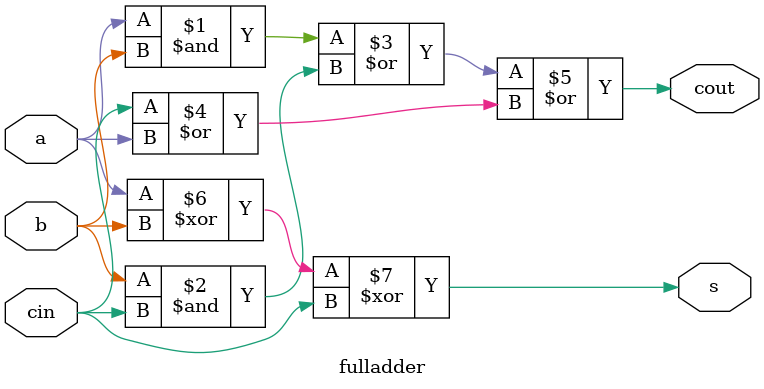
<source format=v>
module Ripple_carry_adder_subtractor #(parameter size=4)
    (input [size-1:0] a,b,
     input ctrl,
     output[size-1:0]s,Cout);                                       
     wire [size-1:0]Bc;
     genvar i;
     fulladder fa0(a[0],Bc[0],ctrl,s[0],Cout[0]);
     assign Bc[0]=b[0]^ctrl;
     generate
        for(i=1;i<size;i=i+1) begin
            assign Bc[i]=b[i]^ctrl;
            fulladder fa(a[i],b[i],Cout[i-1],s[i],Cout[i]);
        end
     endgenerate
endmodule

module fulladder(input a,b,cin,output s,cout);
    assign{s,cout}={(a^b^cin),((a&b)|(b&cin)|(cin|a))};
endmodule

</source>
